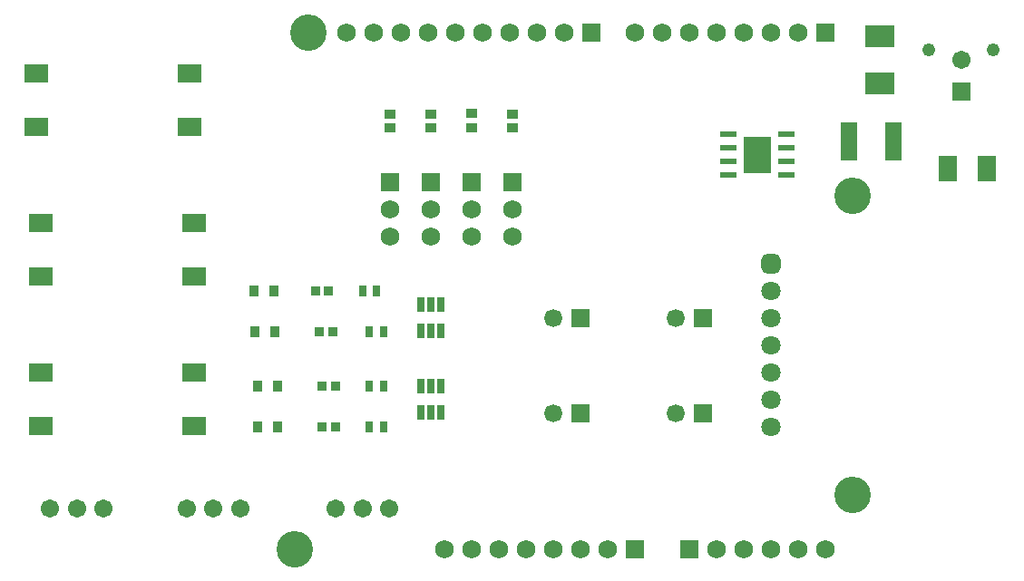
<source format=gts>
G04*
G04 #@! TF.GenerationSoftware,Altium Limited,Altium Designer,25.2.1 (25)*
G04*
G04 Layer_Color=8388736*
%FSLAX44Y44*%
%MOMM*%
G71*
G04*
G04 #@! TF.SameCoordinates,3C1D010B-D615-4C1A-A092-7D16AA53BB1E*
G04*
G04*
G04 #@! TF.FilePolarity,Negative*
G04*
G01*
G75*
%ADD17R,0.9000X1.1000*%
%ADD18R,0.8549X0.9062*%
%ADD20R,2.6200X3.5100*%
%ADD21R,1.6000X0.6100*%
%ADD25R,2.7430X2.1590*%
%ADD26R,2.2032X1.7032*%
%ADD27R,0.8032X1.4532*%
%ADD28R,0.8032X1.0032*%
%ADD29R,1.0532X0.9532*%
%ADD30R,1.7232X2.3832*%
%ADD31R,1.5232X3.6332*%
%ADD32C,1.7032*%
%ADD33R,1.7082X1.7082*%
%ADD34C,1.7082*%
%ADD35C,1.2232*%
%ADD36C,1.8032*%
G04:AMPARAMS|DCode=37|XSize=1.8032mm|YSize=1.8032mm|CornerRadius=0.5016mm|HoleSize=0mm|Usage=FLASHONLY|Rotation=270.000|XOffset=0mm|YOffset=0mm|HoleType=Round|Shape=RoundedRectangle|*
%AMROUNDEDRECTD37*
21,1,1.8032,0.8000,0,0,270.0*
21,1,0.8000,1.8032,0,0,270.0*
1,1,1.0032,-0.4000,-0.4000*
1,1,1.0032,-0.4000,0.4000*
1,1,1.0032,0.4000,0.4000*
1,1,1.0032,0.4000,-0.4000*
%
%ADD37ROUNDEDRECTD37*%
%ADD38R,1.6900X1.6900*%
%ADD39C,1.6900*%
%ADD40R,1.7532X1.7532*%
%ADD41C,1.7532*%
%ADD42R,1.7272X1.7272*%
%ADD43C,1.7272*%
%ADD44C,3.4032*%
D17*
X121500Y228600D02*
D03*
X102500D02*
D03*
X123800Y139700D02*
D03*
X104800D02*
D03*
X120600Y266700D02*
D03*
X101600D02*
D03*
X123800Y177800D02*
D03*
X104800D02*
D03*
D18*
X162800Y228600D02*
D03*
X175313D02*
D03*
X158843Y266700D02*
D03*
X171357D02*
D03*
X165100Y139700D02*
D03*
X177613D02*
D03*
X165287Y177800D02*
D03*
X177800D02*
D03*
D20*
X571500Y393700D02*
D03*
D21*
X598500Y412750D02*
D03*
Y400050D02*
D03*
Y387350D02*
D03*
Y374650D02*
D03*
X544500D02*
D03*
Y387350D02*
D03*
Y400050D02*
D03*
Y412750D02*
D03*
D25*
X685800Y504700D02*
D03*
Y460500D02*
D03*
D26*
X-101600Y469900D02*
D03*
X41400D02*
D03*
X-101600Y419900D02*
D03*
X41400D02*
D03*
X-96900Y190100D02*
D03*
X46100D02*
D03*
X-96900Y140100D02*
D03*
X46100D02*
D03*
X-96900Y329800D02*
D03*
X46100D02*
D03*
X-96900Y279800D02*
D03*
X46100D02*
D03*
D27*
X257200Y152600D02*
D03*
X266700D02*
D03*
X276200D02*
D03*
Y177600D02*
D03*
X266700D02*
D03*
X257200D02*
D03*
Y228800D02*
D03*
X266700D02*
D03*
X276200D02*
D03*
Y253800D02*
D03*
X266700D02*
D03*
X257200D02*
D03*
D28*
X209400Y228600D02*
D03*
X222400D02*
D03*
X215900Y266700D02*
D03*
X202900D02*
D03*
X209400Y139700D02*
D03*
X222400D02*
D03*
X222400Y177800D02*
D03*
X209400D02*
D03*
D29*
X228600Y418800D02*
D03*
Y431800D02*
D03*
X266700Y418800D02*
D03*
Y431800D02*
D03*
X342900Y418800D02*
D03*
Y431800D02*
D03*
X304800Y419100D02*
D03*
Y432100D02*
D03*
D30*
X749300Y381000D02*
D03*
X786090D02*
D03*
D31*
X698500Y406400D02*
D03*
X657300D02*
D03*
D32*
X-88500Y63500D02*
D03*
X-63500D02*
D03*
X-38500D02*
D03*
X38900D02*
D03*
X63900D02*
D03*
X88900D02*
D03*
X178200D02*
D03*
X203200D02*
D03*
X228200D02*
D03*
D33*
X762000Y452600D02*
D03*
D34*
Y482600D02*
D03*
D35*
X792000Y492000D02*
D03*
X732000D02*
D03*
D36*
X584200Y139700D02*
D03*
Y165100D02*
D03*
Y215900D02*
D03*
Y266700D02*
D03*
Y241300D02*
D03*
Y190500D02*
D03*
D37*
Y292100D02*
D03*
D38*
X406400Y241300D02*
D03*
Y152400D02*
D03*
X520700D02*
D03*
Y241300D02*
D03*
D39*
X381000D02*
D03*
Y152400D02*
D03*
X495300D02*
D03*
Y241300D02*
D03*
D40*
X342900Y368300D02*
D03*
X304800D02*
D03*
X266700D02*
D03*
X228600D02*
D03*
D41*
X342900Y342900D02*
D03*
Y317500D02*
D03*
X304800Y342900D02*
D03*
Y317500D02*
D03*
X266700Y342900D02*
D03*
Y317500D02*
D03*
X228600Y342900D02*
D03*
Y317500D02*
D03*
D42*
X635000Y508000D02*
D03*
X457200Y25400D02*
D03*
X416560Y508000D02*
D03*
X508000Y25400D02*
D03*
D43*
X558800Y508000D02*
D03*
X533400D02*
D03*
X508000D02*
D03*
X482600D02*
D03*
X457200D02*
D03*
X609600D02*
D03*
X584200D02*
D03*
X381000Y25400D02*
D03*
X355600D02*
D03*
X330200D02*
D03*
X304800D02*
D03*
X279400D02*
D03*
X431800D02*
D03*
X406400D02*
D03*
X187960Y508000D02*
D03*
X213360D02*
D03*
X238760D02*
D03*
X264160D02*
D03*
X289560D02*
D03*
X314960D02*
D03*
X340360D02*
D03*
X365760D02*
D03*
X391160D02*
D03*
X635000Y25400D02*
D03*
X609600D02*
D03*
X584200D02*
D03*
X558800D02*
D03*
X533400D02*
D03*
D44*
X660400Y355600D02*
D03*
X152400Y508000D02*
D03*
X139700Y25400D02*
D03*
X660400Y76200D02*
D03*
M02*

</source>
